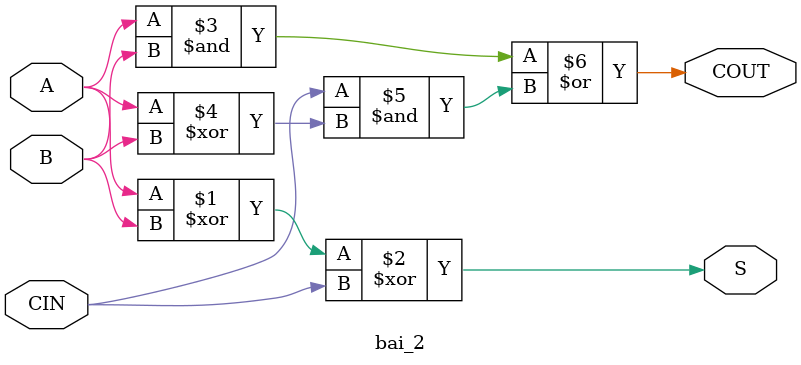
<source format=v>
`timescale 1ns / 1ps
module bai_2(
    input A,
	 input B,
	 input CIN,
	 output S,
	 output COUT
    );
assign S = A^B^CIN;
assign COUT = (A&B)|(CIN&(A^B));

endmodule

</source>
